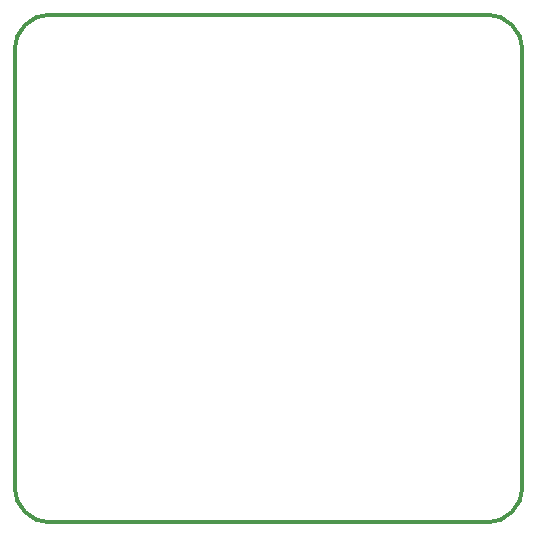
<source format=gko>
G04 Layer: BoardOutlineLayer*
G04 EasyEDA Pro v2.2.27.1, 2024-09-01 09:43:49*
G04 Gerber Generator version 0.3*
G04 Scale: 100 percent, Rotated: No, Reflected: No*
G04 Dimensions in millimeters*
G04 Leading zeros omitted, absolute positions, 3 integers and 5 decimals*
%FSLAX35Y35*%
%MOMM*%
%ADD10C,0.3*%
G75*


G04 Rect Start*
G54D10*
G01X-4120889Y-2359160D02*
G01X-4120889Y1340840D01*
G02X-3820889Y1640840I300000J0D01*
G01X-120889Y1640840D01*
G02X179111Y1340840I0J-300000D01*
G01X179111Y-2359160D01*
G02X-120889Y-2659160I-300000J0D01*
G01X-3820889Y-2659160D01*
G02X-4120889Y-2359160I0J300000D01*
G04 Rect End*

M02*


</source>
